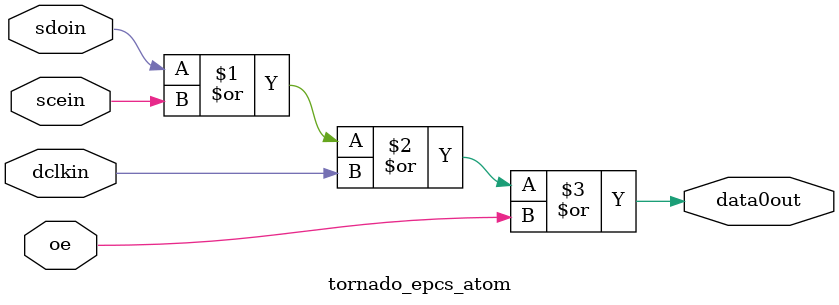
<source format=v>
module tornado_epcs_atom (
                            dclkin,
                            oe,
                            scein,
                            sdoin,
                            data0out
                         )
;
  output           data0out;
  input            dclkin;
  input            oe;
  input            scein;
  input            sdoin;
  wire             data0out;
  assign data0out = sdoin | scein | dclkin | oe;
endmodule
</source>
